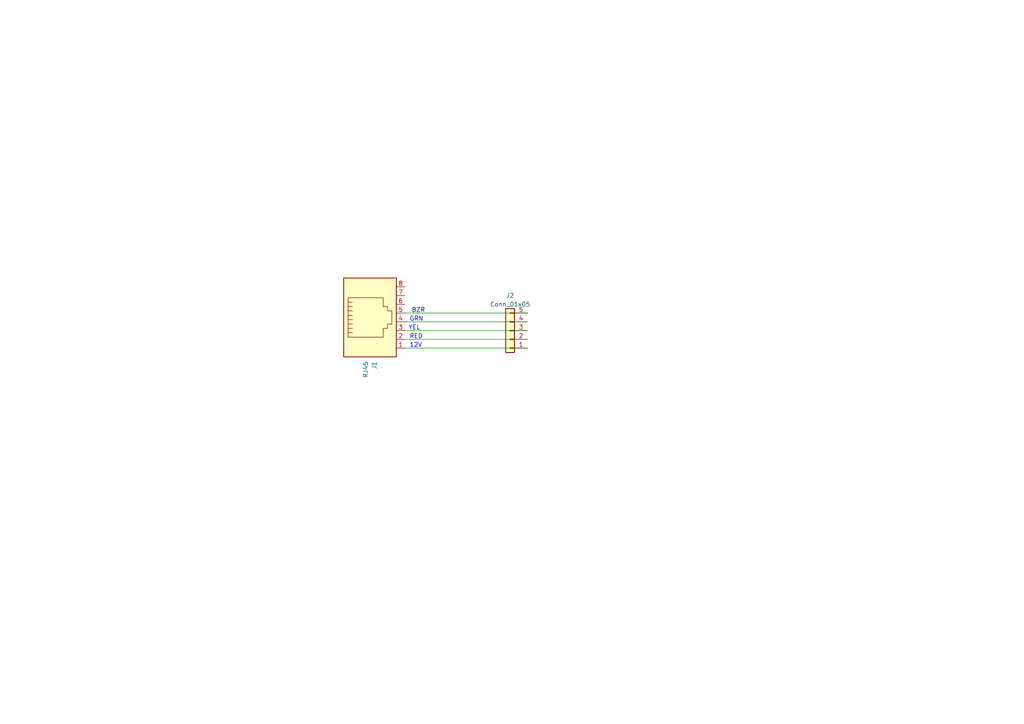
<source format=kicad_sch>
(kicad_sch (version 20230121) (generator eeschema)
  (paper "A4")
  (lib_symbols
    (symbol "Connector:RJ45" (pin_names (offset 1.016))
      (property "Reference" "J" (at -5.08 13.97 0))
      (property "Value" "RJ45" (at 2.54 13.97 0))
      (symbol "RJ45_0_1"
        (polyline (pts (xy -5.08 4.445) (xy -6.35 4.445)))
        (polyline (pts (xy -5.08 5.715) (xy -6.35 5.715)))
        (polyline (pts (xy -6.35 -3.175) (xy -5.08 -3.175) (xy -5.08 -3.175)))
        (polyline (pts (xy -6.35 -1.905) (xy -5.08 -1.905) (xy -5.08 -1.905)))
        (polyline (pts (xy -6.35 -0.635) (xy -5.08 -0.635) (xy -5.08 -0.635)))
        (polyline (pts (xy -6.35 0.635) (xy -5.08 0.635) (xy -5.08 0.635)))
        (polyline (pts (xy -6.35 1.905) (xy -5.08 1.905) (xy -5.08 1.905)))
        (polyline (pts (xy -5.08 3.175) (xy -6.35 3.175) (xy -6.35 3.175)))
        (polyline (pts (xy -6.35 -4.445) (xy -6.35 6.985) (xy 3.81 6.985) (xy 3.81 4.445) (xy 5.08 4.445) (xy 5.08 3.175) (xy 6.35 3.175) (xy 6.35 -0.635) (xy 5.08 -0.635) (xy 5.08 -1.905) (xy 3.81 -1.905) (xy 3.81 -4.445) (xy -6.35 -4.445) (xy -6.35 -4.445)))
        (rectangle (start 7.62 12.7) (end -7.62 -10.16) (stroke (width 0.254)) (fill (type background)))
      )
      (symbol "RJ45_1_1"
        (pin passive line (at 10.16 -7.62 180) (length 2.54) (name "~") (number "1"))
        (pin passive line (at 10.16 -5.08 180) (length 2.54) (name "~") (number "2"))
        (pin passive line (at 10.16 -2.54 180) (length 2.54) (name "~") (number "3"))
        (pin passive line (at 10.16 0 180) (length 2.54) (name "~") (number "4"))
        (pin passive line (at 10.16 2.54 180) (length 2.54) (name "~") (number "5"))
        (pin passive line (at 10.16 5.08 180) (length 2.54) (name "~") (number "6"))
        (pin passive line (at 10.16 7.62 180) (length 2.54) (name "~") (number "7"))
        (pin passive line (at 10.16 10.16 180) (length 2.54) (name "~") (number "8"))
      )
    )
    (symbol "Connector_Generic:Conn_01x05" (pin_names (offset 1.016) hide)
      (property "Reference" "J" (at 0 7.62 0))
      (property "Value" "Conn_01x05" (at 0 -7.62 0))
      (symbol "Conn_01x05_1_1"
        (rectangle (start -1.27 -4.953) (end 0 -5.207) (stroke (width 0.1524)))
        (rectangle (start -1.27 -2.413) (end 0 -2.667) (stroke (width 0.1524)))
        (rectangle (start -1.27 0.127) (end 0 -0.127) (stroke (width 0.1524)))
        (rectangle (start -1.27 2.667) (end 0 2.413) (stroke (width 0.1524)))
        (rectangle (start -1.27 5.207) (end 0 4.953) (stroke (width 0.1524)))
        (rectangle (start -1.27 6.35) (end 1.27 -6.35) (stroke (width 0.254)) (fill (type background)))
        (pin passive line (at -5.08 5.08 0) (length 3.81) (name "Pin_1") (number "1"))
        (pin passive line (at -5.08 2.54 0) (length 3.81) (name "Pin_2") (number "2"))
        (pin passive line (at -5.08 0 0) (length 3.81) (name "Pin_3") (number "3"))
        (pin passive line (at -5.08 -2.54 0) (length 3.81) (name "Pin_4") (number "4"))
        (pin passive line (at -5.08 -5.08 0) (length 3.81) (name "Pin_5") (number "5"))
      )
    )
  )
  (wire (pts (xy 117.475 100.965) (xy 153.035 100.965)))
  (wire (pts (xy 117.475 98.425) (xy 153.035 98.425)))
  (wire (pts (xy 117.475 90.805) (xy 153.035 90.805)))
  (wire (pts (xy 117.475 95.885) (xy 153.035 95.885)))
  (wire (pts (xy 117.475 93.345) (xy 153.035 93.345)))
  (text "GRN" (at 118.745 93.345 0) (effects (font (size 1.27 1.27)) (justify left bottom)))
  (text "YEL\n" (at 121.92 95.885 0) (effects (font (size 1.27 1.27)) (justify right bottom)))
  (text "BZR\n" (at 119.38 90.805 0) (effects (font (size 1.27 1.27)) (justify left bottom)))
  (text "RED\n" (at 118.745 98.425 0) (effects (font (size 1.27 1.27)) (justify left bottom)))
  (text "12V\n" (at 118.745 100.965 0) (effects (font (size 1.27 1.27)) (justify left bottom)))
  (symbol (lib_id "Connector:RJ45") (at 107.315 93.345 0) (unit 1)
    (property "Reference" "J1" (at 108.5851 104.775 90) (effects (justify right)))
    (property "Value" "RJ45" (at 106.0451 104.775 90) (effects (justify right)))
    (property "Footprint" "footprints:RCH RC00139" (effects hide))
    (property "Datasheet" "https://lcsc.com/product-detail/Ethernet-Connectors-Modular-Connectors-RJ45-RJ11_RCH-RC00139_C708595.html" (effects hide))
  )
  (symbol (lib_id "Connector_Generic:Conn_01x05") (at 147.955 95.885 180) (unit 1)
    (property "Reference" "J2" (at 147.955 85.725 0))
    (property "Value" "Conn_01x05" (at 147.955 88.265 0))
    (property "Footprint" "Connector_PinHeader_2.54mm:PinHeader_1x05_P2.54mm_Vertical" (effects hide))
  )
)
</source>
